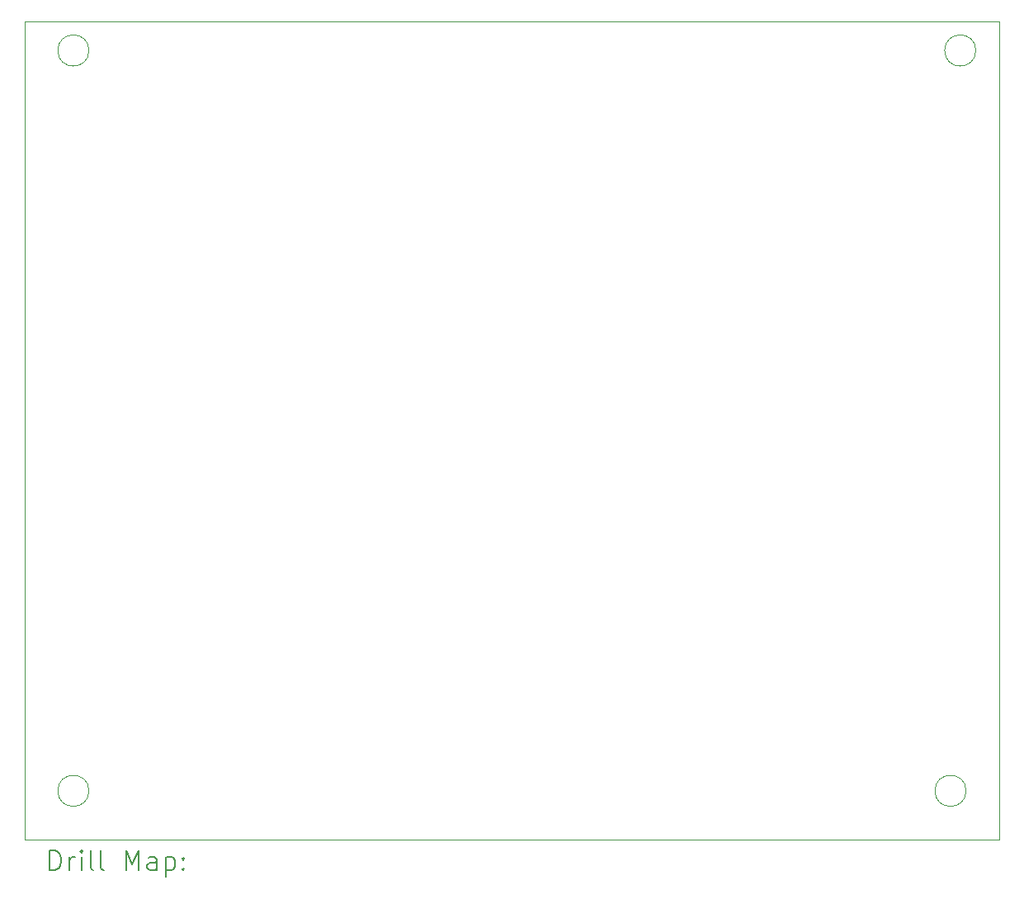
<source format=gbr>
%TF.GenerationSoftware,KiCad,Pcbnew,8.0.8*%
%TF.CreationDate,2025-01-25T18:59:32+09:00*%
%TF.ProjectId,LM13700_VCA,4c4d3133-3730-4305-9f56-43412e6b6963,rev?*%
%TF.SameCoordinates,Original*%
%TF.FileFunction,Drillmap*%
%TF.FilePolarity,Positive*%
%FSLAX45Y45*%
G04 Gerber Fmt 4.5, Leading zero omitted, Abs format (unit mm)*
G04 Created by KiCad (PCBNEW 8.0.8) date 2025-01-25 18:59:32*
%MOMM*%
%LPD*%
G01*
G04 APERTURE LIST*
%ADD10C,0.050000*%
%ADD11C,0.200000*%
G04 APERTURE END LIST*
D10*
X13460000Y-2700000D02*
G75*
G02*
X13140000Y-2700000I-160000J0D01*
G01*
X13140000Y-2700000D02*
G75*
G02*
X13460000Y-2700000I160000J0D01*
G01*
X4360000Y-10300000D02*
G75*
G02*
X4040000Y-10300000I-160000J0D01*
G01*
X4040000Y-10300000D02*
G75*
G02*
X4360000Y-10300000I160000J0D01*
G01*
X13360000Y-10300000D02*
G75*
G02*
X13040000Y-10300000I-160000J0D01*
G01*
X13040000Y-10300000D02*
G75*
G02*
X13360000Y-10300000I160000J0D01*
G01*
X3700000Y-2400000D02*
X13700000Y-2400000D01*
X13700000Y-10800000D01*
X3700000Y-10800000D01*
X3700000Y-2400000D01*
X4360000Y-2700000D02*
G75*
G02*
X4040000Y-2700000I-160000J0D01*
G01*
X4040000Y-2700000D02*
G75*
G02*
X4360000Y-2700000I160000J0D01*
G01*
D11*
X3958277Y-11113984D02*
X3958277Y-10913984D01*
X3958277Y-10913984D02*
X4005896Y-10913984D01*
X4005896Y-10913984D02*
X4034467Y-10923508D01*
X4034467Y-10923508D02*
X4053515Y-10942555D01*
X4053515Y-10942555D02*
X4063039Y-10961603D01*
X4063039Y-10961603D02*
X4072562Y-10999698D01*
X4072562Y-10999698D02*
X4072562Y-11028270D01*
X4072562Y-11028270D02*
X4063039Y-11066365D01*
X4063039Y-11066365D02*
X4053515Y-11085412D01*
X4053515Y-11085412D02*
X4034467Y-11104460D01*
X4034467Y-11104460D02*
X4005896Y-11113984D01*
X4005896Y-11113984D02*
X3958277Y-11113984D01*
X4158277Y-11113984D02*
X4158277Y-10980650D01*
X4158277Y-11018746D02*
X4167801Y-10999698D01*
X4167801Y-10999698D02*
X4177324Y-10990174D01*
X4177324Y-10990174D02*
X4196372Y-10980650D01*
X4196372Y-10980650D02*
X4215420Y-10980650D01*
X4282086Y-11113984D02*
X4282086Y-10980650D01*
X4282086Y-10913984D02*
X4272563Y-10923508D01*
X4272563Y-10923508D02*
X4282086Y-10933031D01*
X4282086Y-10933031D02*
X4291610Y-10923508D01*
X4291610Y-10923508D02*
X4282086Y-10913984D01*
X4282086Y-10913984D02*
X4282086Y-10933031D01*
X4405896Y-11113984D02*
X4386848Y-11104460D01*
X4386848Y-11104460D02*
X4377324Y-11085412D01*
X4377324Y-11085412D02*
X4377324Y-10913984D01*
X4510658Y-11113984D02*
X4491610Y-11104460D01*
X4491610Y-11104460D02*
X4482086Y-11085412D01*
X4482086Y-11085412D02*
X4482086Y-10913984D01*
X4739229Y-11113984D02*
X4739229Y-10913984D01*
X4739229Y-10913984D02*
X4805896Y-11056841D01*
X4805896Y-11056841D02*
X4872563Y-10913984D01*
X4872563Y-10913984D02*
X4872563Y-11113984D01*
X5053515Y-11113984D02*
X5053515Y-11009222D01*
X5053515Y-11009222D02*
X5043991Y-10990174D01*
X5043991Y-10990174D02*
X5024944Y-10980650D01*
X5024944Y-10980650D02*
X4986848Y-10980650D01*
X4986848Y-10980650D02*
X4967801Y-10990174D01*
X5053515Y-11104460D02*
X5034467Y-11113984D01*
X5034467Y-11113984D02*
X4986848Y-11113984D01*
X4986848Y-11113984D02*
X4967801Y-11104460D01*
X4967801Y-11104460D02*
X4958277Y-11085412D01*
X4958277Y-11085412D02*
X4958277Y-11066365D01*
X4958277Y-11066365D02*
X4967801Y-11047317D01*
X4967801Y-11047317D02*
X4986848Y-11037793D01*
X4986848Y-11037793D02*
X5034467Y-11037793D01*
X5034467Y-11037793D02*
X5053515Y-11028270D01*
X5148753Y-10980650D02*
X5148753Y-11180650D01*
X5148753Y-10990174D02*
X5167801Y-10980650D01*
X5167801Y-10980650D02*
X5205896Y-10980650D01*
X5205896Y-10980650D02*
X5224944Y-10990174D01*
X5224944Y-10990174D02*
X5234467Y-10999698D01*
X5234467Y-10999698D02*
X5243991Y-11018746D01*
X5243991Y-11018746D02*
X5243991Y-11075889D01*
X5243991Y-11075889D02*
X5234467Y-11094936D01*
X5234467Y-11094936D02*
X5224944Y-11104460D01*
X5224944Y-11104460D02*
X5205896Y-11113984D01*
X5205896Y-11113984D02*
X5167801Y-11113984D01*
X5167801Y-11113984D02*
X5148753Y-11104460D01*
X5329705Y-11094936D02*
X5339229Y-11104460D01*
X5339229Y-11104460D02*
X5329705Y-11113984D01*
X5329705Y-11113984D02*
X5320182Y-11104460D01*
X5320182Y-11104460D02*
X5329705Y-11094936D01*
X5329705Y-11094936D02*
X5329705Y-11113984D01*
X5329705Y-10990174D02*
X5339229Y-10999698D01*
X5339229Y-10999698D02*
X5329705Y-11009222D01*
X5329705Y-11009222D02*
X5320182Y-10999698D01*
X5320182Y-10999698D02*
X5329705Y-10990174D01*
X5329705Y-10990174D02*
X5329705Y-11009222D01*
M02*

</source>
